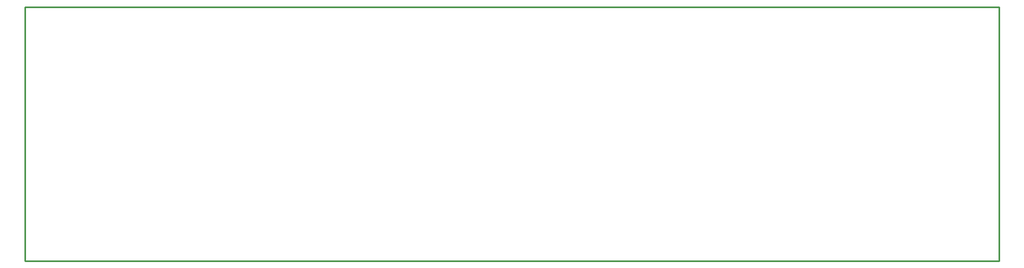
<source format=gbo>
G04 EAGLE Gerber RS-274X export*
G75*
%MOMM*%
%FSLAX34Y34*%
%LPD*%
%INSilkscreen Bottom*%
%IPPOS*%
%AMOC8*
5,1,8,0,0,1.08239X$1,22.5*%
G01*
%ADD10C,0.254000*%


D10*
X0Y0D02*
X1520000Y0D01*
X1520000Y396500D01*
X0Y396500D01*
X0Y0D01*
M02*

</source>
